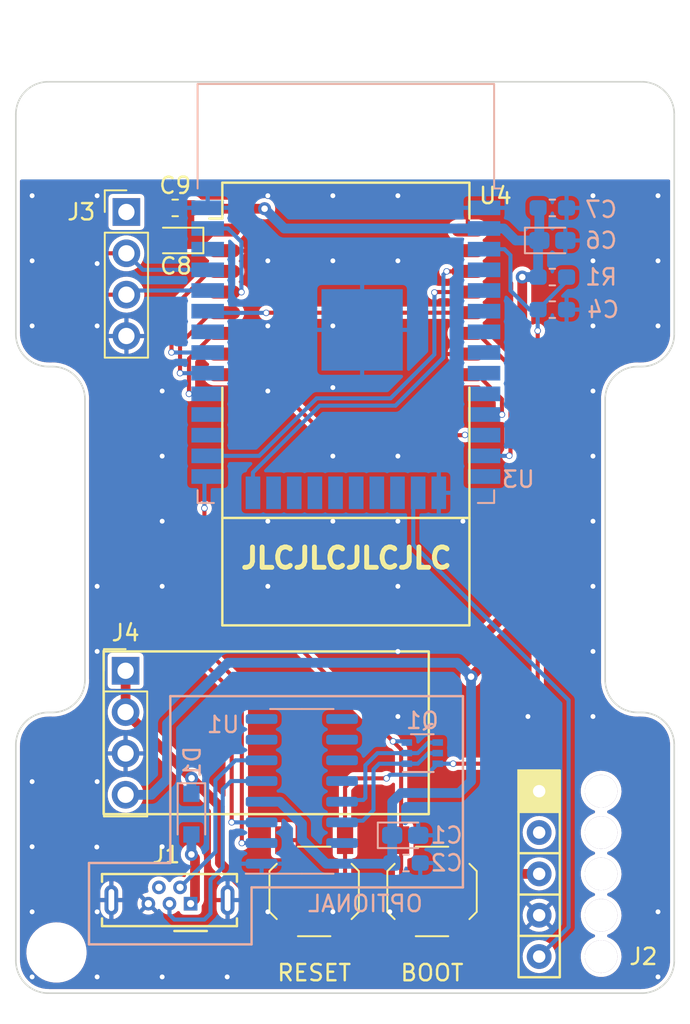
<source format=kicad_pcb>
(kicad_pcb (version 20201002) (generator pcbnew)
  (layers (0 "F.Cu" signal) (31 "B.Cu" signal) (34 "B.Paste" user) (35 "F.Paste" user) (36 "B.SilkS" user "B.Silkscreen") (37 "F.SilkS" user "F.Silkscreen") (38 "B.Mask" user) (39 "F.Mask" user) (44 "Edge.Cuts" user))
  (net 0 "")
  (net 1 "GND")
  (net 2 "+3V3")
  (net 3 "/RST")
  (net 4 "Net-(D1-Pad2)")
  (net 5 "/D+")
  (net 6 "/D-")
  (net 7 "/SPORT")
  (net 8 "/VBAT")
  (net 9 "/RX")
  (net 10 "/TX")
  (net 11 "/DTR")
  (net 12 "/RTS")
  (net 13 "/BOOT")
  (net 14 "/MOSI")
  (net 15 "/BUSY")
  (net 16 "/MISO")
  (net 17 "/SCK")
  (net 18 "/NSS")
  (net 19 "/DIO1")
  (net 20 "/DIO2")
  (net 21 "/RESET")
  (net 22 "/RXEN")
  (net 23 "/TXEN")
  (module "Connector_USB:USB_Micro-B_Wuerth_614105150721_Vertical" (layer "F.Cu") (at 110.75 144.5 180)
    (fp_text reference "J1" (at 1.5 3) (layer "F.SilkS"))
    (fp_text value "USB_B_Micro")
    (fp_line (start -2.85 -0.905) (end -2.85 -1.38) (layer "F.SilkS") (width 0.15))
    (fp_line (start -2.85 1.82) (end 5.45 1.82) (layer "F.SilkS") (width 0.15))
    (fp_line (start 5.45 -1.38) (end 5.45 -0.905) (layer "F.SilkS") (width 0.15))
    (fp_line (start -2.85 1.345) (end -2.85 1.82) (layer "F.SilkS") (width 0.15))
    (fp_line (start 5.45 1.82) (end 5.45 1.345) (layer "F.SilkS") (width 0.15))
    (fp_line (start -2.85 -1.38) (end 5.45 -1.38) (layer "F.SilkS") (width 0.15))
    (fp_line (start -1 -1.68) (end 1 -1.68) (layer "F.SilkS") (width 0.15))
    (pad "1" thru_hole rect (at 0 0 180) (size 0.84 0.84) (drill 0.44) (layers *.Cu *.Mask) (net 4 "Net-(D1-Pad2)"))
    (pad "2" thru_hole circle (at 0.65 1 180) (size 0.84 0.84) (drill 0.44) (layers *.Cu *.Mask) (net 6 "/D-"))
    (pad "3" thru_hole circle (at 1.3 0 180) (size 0.84 0.84) (drill 0.44) (layers *.Cu *.Mask) (net 5 "/D+"))
    (pad "4" thru_hole circle (at 1.95 1 180) (size 0.84 0.84) (drill 0.44) (layers *.Cu *.Mask))
    (pad "5" thru_hole circle (at 2.6 0 180) (size 0.84 0.84) (drill 0.44) (layers *.Cu *.Mask) (net 1 "GND"))
    (pad "6" thru_hole oval (at -2.275 0.22 180) (size 0.85 1.85) (drill oval 0.35 1.35) (layers *.Cu *.Mask) (net 1 "GND"))
    (pad "6" thru_hole oval (at 4.875 0.22 180) (size 0.85 1.85) (drill oval 0.35 1.35) (layers *.Cu *.Mask) (net 1 "GND"))
  )
  (module "Capacitor_Tantalum_SMD:CP_EIA-1608-08_AVX-J_Pad1.25x1.05mm_HandSolder" (layer "F.Cu") (at 109.85 103.75 180)
    (fp_text reference "C8" (at 0 -1.575) (layer "F.SilkS"))
    (fp_text value "10uF")
    (fp_line (start -1.685 0.785) (end 0.8 0.785) (layer "F.SilkS") (width 0.12))
    (fp_line (start -1.685 -0.785) (end -1.685 0.785) (layer "F.SilkS") (width 0.12))
    (fp_line (start 0.8 -0.785) (end -1.685 -0.785) (layer "F.SilkS") (width 0.12))
    (pad "1" smd roundrect (at -0.8 0 180) (size 1.25 1.05) (layers "F.Cu" "F.Paste" "F.Mask") (roundrect_rratio 0.2380952380952381) (net 2 "+3V3"))
    (pad "2" smd roundrect (at 0.8 0 180) (size 1.25 1.05) (layers "F.Cu" "F.Paste" "F.Mask") (roundrect_rratio 0.2380952380952381) (net 1 "GND"))
  )
  (module "Button_Switch_SMD:SW_SPST_TL3342" (layer "F.Cu") (at 125.6 143.75 90)
    (fp_text reference "SW2" hide)
    (fp_text value "SW_Push")
    (fp_text user "BOOT" (at -5 0 unlocked) (layer "F.SilkS"))
    (fp_line (start -1.7 2.3) (end -1.25 2.75) (layer "F.SilkS") (width 0.12))
    (fp_line (start 2.75 -1) (end 2.75 1) (layer "F.SilkS") (width 0.12))
    (fp_line (start 1.7 -2.3) (end 1.25 -2.75) (layer "F.SilkS") (width 0.12))
    (fp_line (start -1.25 2.75) (end 1.25 2.75) (layer "F.SilkS") (width 0.12))
    (fp_line (start 1.7 2.3) (end 1.25 2.75) (layer "F.SilkS") (width 0.12))
    (fp_line (start -1.25 -2.75) (end 1.25 -2.75) (layer "F.SilkS") (width 0.12))
    (fp_line (start -1.7 -2.3) (end -1.25 -2.75) (layer "F.SilkS") (width 0.12))
    (fp_line (start -2.75 -1) (end -2.75 1) (layer "F.SilkS") (width 0.12))
    (pad "1" smd rect (at 3.15 -1.9 90) (size 1.7 1) (layers "F.Cu" "F.Paste" "F.Mask") (net 13 "/BOOT"))
    (pad "1" smd rect (at -3.15 -1.9 90) (size 1.7 1) (layers "F.Cu" "F.Paste" "F.Mask") (net 13 "/BOOT"))
    (pad "2" smd rect (at 3.15 1.9 90) (size 1.7 1) (layers "F.Cu" "F.Paste" "F.Mask") (net 1 "GND"))
    (pad "2" smd rect (at -3.15 1.9 90) (size 1.7 1) (layers "F.Cu" "F.Paste" "F.Mask") (net 1 "GND"))
  )
  (module "Capacitor_SMD:C_0603_1608Metric_Pad1.05x0.95mm_HandSolder" (layer "F.Cu") (at 109.8 101.75 180)
    (fp_text reference "C9" (at 0 1.375) (layer "F.SilkS"))
    (fp_text value "100nF")
    (fp_line (start -0.171267 -0.51) (end 0.171267 -0.51) (layer "F.SilkS") (width 0.12))
    (fp_line (start -0.171267 0.51) (end 0.171267 0.51) (layer "F.SilkS") (width 0.12))
    (pad "1" smd roundrect (at -0.875 0 180) (size 1.05 0.95) (layers "F.Cu" "F.Paste" "F.Mask") (net 2 "+3V3"))
    (pad "2" smd roundrect (at 0.875 0 180) (size 1.05 0.95) (layers "F.Cu" "F.Paste" "F.Mask") (net 1 "GND"))
  )
  (module "ELRS_lib:E28-2G4M27S" (layer "F.Cu") (at 120.3 112)
    (fp_text reference "U4" (at 9.2 -11 unlocked) (layer "F.SilkS"))
    (fp_text value "E28-2G4M27S")
    (fp_line (start 7.6 -11.8) (end 7.6 -9.6) (layer "F.SilkS") (width 0.15))
    (fp_line (start 7.6 8.8) (end -7.6 8.8) (layer "F.SilkS") (width 0.15))
    (fp_line (start -7.6 15.4) (end 7.6 15.4) (layer "F.SilkS") (width 0.15))
    (fp_line (start -7.6 0.8) (end -7.6 15.4) (layer "F.SilkS") (width 0.15))
    (fp_line (start -7.6 -9.6) (end -7.6 -11.8) (layer "F.SilkS") (width 0.15))
    (fp_line (start -7.6 -11.8) (end 7.6 -11.8) (layer "F.SilkS") (width 0.15))
    (fp_line (start -7.6 -9.6) (end -8.4 -9.6) (layer "F.SilkS") (width 0.15))
    (fp_line (start 7.6 15.4) (end 7.6 0.8) (layer "F.SilkS") (width 0.15))
    (pad "1" smd oval (at -7.5 -8.89) (size 2 0.8) (layers "F.Cu" "F.Paste" "F.Mask") (net 2 "+3V3"))
    (pad "2" smd oval (at -7.5 -7.62) (size 2 0.8) (layers "F.Cu" "F.Paste" "F.Mask") (net 1 "GND"))
    (pad "3" smd oval (at -7.5 -6.35) (size 2 0.8) (layers "F.Cu" "F.Paste" "F.Mask") (net 16 "/MISO"))
    (pad "4" smd oval (at -7.5 -5.08) (size 2 0.8) (layers "F.Cu" "F.Paste" "F.Mask") (net 14 "/MOSI"))
    (pad "5" smd oval (at -7.5 -3.81) (size 2 0.8) (layers "F.Cu" "F.Paste" "F.Mask") (net 17 "/SCK"))
    (pad "6" smd oval (at -7.5 -2.54) (size 2 0.8) (layers "F.Cu" "F.Paste" "F.Mask") (net 18 "/NSS"))
    (pad "7" smd oval (at -7.5 -1.27) (size 2 0.8) (layers "F.Cu" "F.Paste" "F.Mask") (net 1 "GND"))
    (pad "8" smd oval (at -7.5 0) (size 2 0.8) (layers "F.Cu" "F.Paste" "F.Mask") (net 22 "/RXEN"))
    (pad "9" smd oval (at 7.5 0) (size 2 0.8) (layers "F.Cu" "F.Paste" "F.Mask") (net 23 "/TXEN"))
    (pad "10" smd oval (at 7.5 -1.27) (size 2 0.8) (layers "F.Cu" "F.Paste" "F.Mask") (net 1 "GND"))
    (pad "11" smd oval (at 7.5 -2.54) (size 2 0.8) (layers "F.Cu" "F.Paste" "F.Mask") (net 21 "/RESET"))
    (pad "12" smd oval (at 7.5 -3.81) (size 2 0.8) (layers "F.Cu" "F.Paste" "F.Mask") (net 15 "/BUSY"))
    (pad "13" smd oval (at 7.5 -5.08) (size 2 0.8) (layers "F.Cu" "F.Paste" "F.Mask") (net 19 "/DIO1"))
    (pad "14" smd oval (at 7.5 -6.35) (size 2 0.8) (layers "F.Cu" "F.Paste" "F.Mask") (net 20 "/DIO2"))
    (pad "15" smd oval (at 7.5 -7.62) (size 2 0.8) (layers "F.Cu" "F.Paste" "F.Mask"))
    (pad "16" smd oval (at 7.5 -8.89) (size 2 0.8) (layers "F.Cu" "F.Paste" "F.Mask") (net 1 "GND"))
  )
  (module "MountingHole:MountingHole_3.2mm_M3" (layer "F.Cu") (at 102.5 96.5)
    (fp_text reference "H2" hide)
    (fp_text value "MountingHole" hide)
    (pad "1" np_thru_hole circle (at 0 0) (size 3.2 3.2) (drill 3.2) (layers *.Cu *.Mask))
  )
  (module "Connector_PinHeader_2.54mm:PinHeader_1x04_P2.54mm_Vertical" (layer "F.Cu") (at 106.75 130.19)
    (fp_text reference "J4" (at 0 -2.33) (layer "F.SilkS"))
    (fp_text value "Conn_01x04")
    (fp_line (start -1.33 1.27) (end -1.33 8.95) (layer "F.SilkS") (width 0.12))
    (fp_line (start 1.33 1.27) (end 1.33 8.95) (layer "F.SilkS") (width 0.12))
    (fp_line (start -1.33 8.95) (end 1.33 8.95) (layer "F.SilkS") (width 0.12))
    (fp_line (start -1.33 0) (end -1.33 -1.33) (layer "F.SilkS") (width 0.12))
    (fp_line (start -1.33 1.27) (end 1.33 1.27) (layer "F.SilkS") (width 0.12))
    (fp_line (start -1.33 -1.33) (end 0 -1.33) (layer "F.SilkS") (width 0.12))
    (pad "1" thru_hole rect (at 0 0) (size 1.7 1.7) (drill 1) (layers *.Cu *.Mask) (net 8 "/VBAT"))
    (pad "2" thru_hole oval (at 0 2.54) (size 1.7 1.7) (drill 1) (layers *.Cu *.Mask) (net 8 "/VBAT"))
    (pad "3" thru_hole oval (at 0 5.08) (size 1.7 1.7) (drill 1) (layers *.Cu *.Mask) (net 1 "GND"))
    (pad "4" thru_hole oval (at 0 7.62) (size 1.7 1.7) (drill 1) (layers *.Cu *.Mask) (net 2 "+3V3"))
  )
  (module "Button_Switch_SMD:SW_SPST_TL3342" (layer "F.Cu") (at 118.35 143.75 90)
    (fp_text reference "SW1" hide)
    (fp_text value "SW_Push")
    (fp_text user "RESET" (at -5 0 unlocked) (layer "F.SilkS"))
    (fp_line (start 2.75 -1) (end 2.75 1) (layer "F.SilkS") (width 0.12))
    (fp_line (start -1.7 2.3) (end -1.25 2.75) (layer "F.SilkS") (width 0.12))
    (fp_line (start -1.25 2.75) (end 1.25 2.75) (layer "F.SilkS") (width 0.12))
    (fp_line (start -1.7 -2.3) (end -1.25 -2.75) (layer "F.SilkS") (width 0.12))
    (fp_line (start -1.25 -2.75) (end 1.25 -2.75) (layer "F.SilkS") (width 0.12))
    (fp_line (start -2.75 -1) (end -2.75 1) (layer "F.SilkS") (width 0.12))
    (fp_line (start 1.7 2.3) (end 1.25 2.75) (layer "F.SilkS") (width 0.12))
    (fp_line (start 1.7 -2.3) (end 1.25 -2.75) (layer "F.SilkS") (width 0.12))
    (pad "1" smd rect (at -3.15 -1.9 90) (size 1.7 1) (layers "F.Cu" "F.Paste" "F.Mask") (net 1 "GND"))
    (pad "1" smd rect (at 3.15 -1.9 90) (size 1.7 1) (layers "F.Cu" "F.Paste" "F.Mask") (net 1 "GND"))
    (pad "2" smd rect (at 3.15 1.9 90) (size 1.7 1) (layers "F.Cu" "F.Paste" "F.Mask") (net 3 "/RST"))
    (pad "2" smd rect (at -3.15 1.9 90) (size 1.7 1) (layers "F.Cu" "F.Paste" "F.Mask") (net 3 "/RST"))
  )
  (module "Connector_PinHeader_2.54mm:PinHeader_1x04_P2.54mm_Vertical" (layer "F.Cu") (at 106.8 102)
    (fp_text reference "J3" (at -2.775 0) (layer "F.SilkS"))
    (fp_text value "Conn_01x04")
    (fp_line (start -1.33 1.27) (end -1.33 8.95) (layer "F.SilkS") (width 0.12))
    (fp_line (start -1.33 8.95) (end 1.33 8.95) (layer "F.SilkS") (width 0.12))
    (fp_line (start -1.33 1.27) (end 1.33 1.27) (layer "F.SilkS") (width 0.12))
    (fp_line (start -1.33 0) (end -1.33 -1.33) (layer "F.SilkS") (width 0.12))
    (fp_line (start 1.33 1.27) (end 1.33 8.95) (layer "F.SilkS") (width 0.12))
    (fp_line (start -1.33 -1.33) (end 0 -1.33) (layer "F.SilkS") (width 0.12))
    (pad "1" thru_hole rect (at 0 0) (size 1.7 1.7) (drill 1) (layers *.Cu *.Mask))
    (pad "2" thru_hole oval (at 0 2.54) (size 1.7 1.7) (drill 1) (layers *.Cu *.Mask) (net 10 "/TX"))
    (pad "3" thru_hole oval (at 0 5.08) (size 1.7 1.7) (drill 1) (layers *.Cu *.Mask) (net 9 "/RX"))
    (pad "4" thru_hole oval (at 0 7.62) (size 1.7 1.7) (drill 1) (layers *.Cu *.Mask) (net 1 "GND"))
  )
  (module "MountingHole:MountingHole_3.2mm_M3" (layer "F.Cu") (at 138 96.5)
    (fp_text reference "H3" hide)
    (fp_text value "MountingHole" hide)
    (pad "1" np_thru_hole circle (at 0 0) (size 3.2 3.2) (drill 3.2) (layers *.Cu *.Mask))
  )
  (module "ELRS_lib:MOLEX_0022142054" (layer "F.Cu") (at 136 147.75)
    (fp_text reference "J2" (at 2.6 0 unlocked) (layer "F.SilkS"))
    (fp_text value "Conn_01x05")
    (fp_line (start -2.54 -6.35) (end -5.08 -6.35) (layer "F.SilkS") (width 0.15))
    (fp_line (start -2.54 -1.27) (end -5.08 -1.27) (layer "F.SilkS") (width 0.15))
    (fp_line (start -2.54 -8.89) (end -5.08 -8.89) (layer "F.SilkS") (width 0.15))
    (fp_line (start -2.54 -3.81) (end -5.08 -3.81) (layer "F.SilkS") (width 0.15))
    (fp_rect (start -5.08 -11.43) (end -2.54 1.27) (layer "F.SilkS") (width 0.15))
    (fp_poly (pts (xy -2.54 -8.89) (xy -5.08 -8.89) (xy -5.08 -11.43) (xy -2.54 -11.43)) (layer "F.SilkS") (width 0.1))
    (pad "" thru_hole circle (at 0 -5.08) (size 2 2) (drill 2) (layers *.Cu *.Mask))
    (pad "" thru_hole circle (at 0 -7.62) (size 2 2) (drill 2) (layers *.Cu *.Mask))
    (pad "" thru_hole circle (at 0 0) (size 2 2) (drill 2) (layers *.Cu *.Mask))
    (pad "" thru_hole circle (at 0 -10.16) (size 2 2) (drill 2) (layers *.Cu *.Mask))
    (pad "" thru_hole circle (at 0 -2.54) (size 2 2) (drill 2) (layers *.Cu *.Mask))
    (pad "1" thru_hole circle (at -3.81 -10.16) (size 1.524 1.524) (drill 0.762) (layers *.Cu *.Mask))
    (pad "2" thru_hole circle (at -3.81 -7.62) (size 1.524 1.524) (drill 0.762) (layers *.Cu *.Mask))
    (pad "3" thru_hole circle (at -3.81 -5.08) (size 1.524 1.524) (drill 0.762) (layers *.Cu *.Mask) (net 8 "/VBAT"))
    (pad "4" thru_hole circle (at -3.81 -2.54) (size 1.524 1.524) (drill 0.762) (layers *.Cu *.Mask) (net 1 "GND"))
    (pad "5" thru_hole circle (at -3.81 0) (size 1.524 1.524) (drill 0.762) (layers *.Cu *.Mask) (net 7 "/SPORT"))
  )
  (module "MountingHole:MountingHole_3.2mm_M3" (layer "F.Cu") (at 102.5 147.5)
    (fp_text reference "H1" hide)
    (fp_text value "MountingHole" hide)
    (pad "1" np_thru_hole circle (at 0 0) (size 3.2 3.2) (drill 3.2) (layers *.Cu *.Mask))
  )
  (module "Capacitor_SMD:C_0603_1608Metric_Pad1.05x0.95mm_HandSolder" (layer "B.Cu") (at 124 142)
    (fp_text reference "C2" (at 2.5 0) (layer "B.SilkS") (effects (justify mirror)))
    (fp_text value "100nF")
    (fp_line (start -0.171267 0.51) (end 0.171267 0.51) (layer "B.SilkS") (width 0.12))
    (fp_line (start -0.171267 -0.51) (end 0.171267 -0.51) (layer "B.SilkS") (width 0.12))
    (pad "1" smd roundrect (at -0.875 0) (size 1.05 0.95) (layers "B.Cu" "B.Paste" "B.Mask") (net 2 "+3V3"))
    (pad "2" smd roundrect (at 0.875 0) (size 1.05 0.95) (layers "B.Cu" "B.Paste" "B.Mask") (net 1 "GND"))
  )
  (module "Capacitor_Tantalum_SMD:CP_EIA-1608-08_AVX-J_Pad1.25x1.05mm_HandSolder" (layer "B.Cu") (at 123.95 140.3)
    (fp_text reference "C1" (at 2.55 0) (layer "B.SilkS") (effects (justify mirror)))
    (fp_text value "10uF")
    (fp_line (start -1.685 0.785) (end -1.685 -0.785) (layer "B.SilkS") (width 0.12))
    (fp_line (start -1.685 -0.785) (end 0.8 -0.785) (layer "B.SilkS") (width 0.12))
    (fp_line (start 0.8 0.785) (end -1.685 0.785) (layer "B.SilkS") (width 0.12))
    (pad "1" smd roundrect (at -0.8 0) (size 1.25 1.05) (layers "B.Cu" "B.Paste" "B.Mask") (roundrect_rratio 0.2380952380952381) (net 2 "+3V3"))
    (pad "2" smd roundrect (at 0.8 0) (size 1.25 1.05) (layers "B.Cu" "B.Paste" "B.Mask") (roundrect_rratio 0.2380952380952381) (net 1 "GND"))
  )
  (module "Package_SO:SOIC-16_3.9x9.9mm_P1.27mm" (layer "B.Cu") (at 117.591 137.6)
    (fp_text reference "U1" (at -4.841 -4.1) (layer "B.SilkS") (effects (justify mirror)))
    (fp_text value "CH340C")
    (fp_line (start 0 5.06) (end 1.95 5.06) (layer "B.SilkS") (width 0.12))
    (fp_line (start 0 -5.06) (end 1.95 -5.06) (layer "B.SilkS") (width 0.12))
    (fp_line (start 0 5.06) (end -3.45 5.06) (layer "B.SilkS") (width 0.12))
    (fp_line (start 0 -5.06) (end -1.95 -5.06) (layer "B.SilkS") (width 0.12))
    (pad "1" smd roundrect (at -2.475 4.445) (size 1.95 0.6) (layers "B.Cu" "B.Paste" "B.Mask") (net 1 "GND"))
    (pad "2" smd roundrect (at -2.475 3.175) (size 1.95 0.6) (layers "B.Cu" "B.Paste" "B.Mask") (net 9 "/RX"))
    (pad "3" smd roundrect (at -2.475 1.905) (size 1.95 0.6) (layers "B.Cu" "B.Paste" "B.Mask") (net 10 "/TX"))
    (pad "4" smd roundrect (at -2.475 0.635) (size 1.95 0.6) (layers "B.Cu" "B.Paste" "B.Mask") (net 2 "+3V3"))
    (pad "5" smd roundrect (at -2.475 -0.635) (size 1.95 0.6) (layers "B.Cu" "B.Paste" "B.Mask") (net 5 "/D+"))
    (pad "6" smd roundrect (at -2.475 -1.905) (size 1.95 0.6) (layers "B.Cu" "B.Paste" "B.Mask") (net 6 "/D-"))
    (pad "7" smd roundrect (at -2.475 -3.175) (size 1.95 0.6) (layers "B.Cu" "B.Paste" "B.Mask"))
    (pad "8" smd roundrect (at -2.475 -4.445) (size 1.95 0.6) (layers "B.Cu" "B.Paste" "B.Mask"))
    (pad "9" smd roundrect (at 2.475 -4.445) (size 1.95 0.6) (layers "B.Cu" "B.Paste" "B.Mask"))
    (pad "10" smd roundrect (at 2.475 -3.175) (size 1.95 0.6) (layers "B.Cu" "B.Paste" "B.Mask"))
    (pad "11" smd roundrect (at 2.475 -1.905) (size 1.95 0.6) (layers "B.Cu" "B.Paste" "B.Mask"))
    (pad "12" smd roundrect (at 2.475 -0.635) (size 1.95 0.6) (layers "B.Cu" "B.Paste" "B.Mask"))
    (pad "13" smd roundrect (at 2.475 0.635) (size 1.95 0.6) (layers "B.Cu" "B.Paste" "B.Mask") (net 11 "/DTR"))
    (pad "14" smd roundrect (at 2.475 1.905) (size 1.95 0.6) (layers "B.Cu" "B.Paste" "B.Mask") (net 12 "/RTS"))
    (pad "15" smd roundrect (at 2.475 3.175) (size 1.95 0.6) (layers "B.Cu" "B.Paste" "B.Mask"))
    (pad "16" smd roundrect (at 2.475 4.445) (size 1.95 0.6) (layers "B.Cu" "B.Paste" "B.Mask") (net 2 "+3V3"))
  )
  (module "Resistor_SMD:R_0603_1608Metric_Pad1.05x0.95mm_HandSolder" (layer "B.Cu") (at 133 106)
    (fp_text reference "R1" (at 3 0) (layer "B.SilkS") (effects (justify mirror)))
    (fp_text value "10K")
    (fp_line (start -0.171267 0.51) (end 0.171267 0.51) (layer "B.SilkS") (width 0.12))
    (fp_line (start -0.171267 -0.51) (end 0.171267 -0.51) (layer "B.SilkS") (width 0.12))
    (pad "1" smd roundrect (at -0.875 0) (size 1.05 0.95) (layers "B.Cu" "B.Paste" "B.Mask") (net 2 "+3V3"))
    (pad "2" smd roundrect (at 0.875 0) (size 1.05 0.95) (layers "B.Cu" "B.Paste" "B.Mask") (net 3 "/RST"))
  )
  (module "Capacitor_SMD:C_0603_1608Metric_Pad1.05x0.95mm_HandSolder" (layer "B.Cu") (at 133 108 180)
    (fp_text reference "C4" (at -3.125 0) (layer "B.SilkS") (effects (justify mirror)))
    (fp_text value "100nF")
    (fp_line (start -0.171267 0.51) (end 0.171267 0.51) (layer "B.SilkS") (width 0.12))
    (fp_line (start -0.171267 -0.51) (end 0.171267 -0.51) (layer "B.SilkS") (width 0.12))
    (pad "1" smd roundrect (at -0.875 0 180) (size 1.05 0.95) (layers "B.Cu" "B.Paste" "B.Mask") (net 1 "GND"))
    (pad "2" smd roundrect (at 0.875 0 180) (size 1.05 0.95) (layers "B.Cu" "B.Paste" "B.Mask") (net 3 "/RST"))
  )
  (module "RF_Module:ESP32-WROOM-32" (layer "B.Cu") (at 120.3 110 180)
    (fp_text reference "U3" (at -10.61 -8.43) (layer "B.SilkS") (effects (justify mirror)))
    (fp_text value "ESP32-WROOM-32D")
    (fp_line (start 9.12 15.865) (end 9.12 9.445) (layer "B.SilkS") (width 0.12))
    (fp_line (start -9.12 -9.1) (end -9.12 -9.88) (layer "B.SilkS") (width 0.12))
    (fp_line (start -9.12 15.865) (end -9.12 9.445) (layer "B.SilkS") (width 0.12))
    (fp_line (start -9.12 15.865) (end 9.12 15.865) (layer "B.SilkS") (width 0.12))
    (fp_line (start -9.12 9.445) (end -9.5 9.445) (layer "B.SilkS") (width 0.12))
    (fp_line (start 9.12 -9.88) (end 8.12 -9.88) (layer "B.SilkS") (width 0.12))
    (fp_line (start -9.12 -9.88) (end -8.12 -9.88) (layer "B.SilkS") (width 0.12))
    (fp_line (start 9.12 -9.1) (end 9.12 -9.88) (layer "B.SilkS") (width 0.12))
    (pad "1" smd rect (at -8.5 8.255 180) (size 2 0.9) (layers "B.Cu" "B.Paste" "B.Mask") (net 1 "GND"))
    (pad "2" smd rect (at -8.5 6.985 180) (size 2 0.9) (layers "B.Cu" "B.Paste" "B.Mask") (net 2 "+3V3"))
    (pad "3" smd rect (at -8.5 5.715 180) (size 2 0.9) (layers "B.Cu" "B.Paste" "B.Mask") (net 3 "/RST"))
    (pad "4" smd rect (at -8.5 4.445 180) (size 2 0.9) (layers "B.Cu" "B.Paste" "B.Mask"))
    (pad "5" smd rect (at -8.5 3.175 180) (size 2 0.9) (layers "B.Cu" "B.Paste" "B.Mask"))
    (pad "6" smd rect (at -8.5 1.905 180) (size 2 0.9) (layers "B.Cu" "B.Paste" "B.Mask"))
    (pad "7" smd rect (at -8.5 0.635 180) (size 2 0.9) (layers "B.Cu" "B.Paste" "B.Mask"))
    (pad "8" smd rect (at -8.5 -0.635 180) (size 2 0.9) (layers "B.Cu" "B.Paste" "B.Mask"))
    (pad "9" smd rect (at -8.5 -1.905 180) (size 2 0.9) (layers "B.Cu" "B.Paste" "B.Mask"))
    (pad "10" smd rect (at -8.5 -3.175 180) (size 2 0.9) (layers "B.Cu" "B.Paste" "B.Mask"))
    (pad "11" smd rect (at -8.5 -4.445 180) (size 2 0.9) (layers "B.Cu" "B.Paste" "B.Mask") (net 23 "/TXEN"))
    (pad "12" smd rect (at -8.5 -5.715 180) (size 2 0.9) (layers "B.Cu" "B.Paste" "B.Mask") (net 22 "/RXEN"))
    (pad "13" smd rect (at -8.5 -6.985 180) (size 2 0.9) (layers "B.Cu" "B.Paste" "B.Mask") (net 21 "/RESET"))
    (pad "14" smd rect (at -8.5 -8.255 180) (size 2 0.9) (layers "B.Cu" "B.Paste" "B.Mask"))
    (pad "15" smd rect (at -5.715 -9.255 90) (size 2 0.9) (layers "B.Cu" "B.Paste" "B.Mask") (net 1 "GND"))
    (pad "16" smd rect (at -4.445 -9.255 90) (size 2 0.9) (layers "B.Cu" "B.Paste" "B.Mask") (net 7 "/SPORT"))
    (pad "17" smd rect (at -3.175 -9.255 90) (size 2 0.9) (layers "B.Cu" "B.Paste" "B.Mask"))
    (pad "18" smd rect (at -1.905 -9.255 90) (size 2 0.9) (layers "B.Cu" "B.Paste" "B.Mask"))
    (pad "19" smd rect (at -0.635 -9.255 90) (size 2 0.9) (layers "B.Cu" "B.Paste" "B.Mask"))
    (pad "20" smd rect (at 0.635 -9.255 90) (size 2 0.9) (layers "B.Cu" "B.Paste" "B.Mask"))
    (pad "21" smd rect (at 1.905 -9.255 90) (size 2 0.9) (layers "B.Cu" "B.Paste" "B.Mask"))
    (pad "22" smd rect (at 3.175 -9.255 90) (size 2 0.9) (layers "B.Cu" "B.Paste" "B.Mask"))
    (pad "23" smd rect (at 4.445 -9.255 90) (size 2 0.9) (layers "B.Cu" "B.Paste" "B.Mask"))
    (pad "24" smd rect (at 5.715 -9.255 90) (size 2 0.9) (layers "B.Cu" "B.Paste" "B.Mask") (net 20 "/DIO2"))
    (pad "25" smd rect (at 8.5 -8.255 180) (size 2 0.9) (layers "B.Cu" "B.Paste" "B.Mask") (net 13 "/BOOT"))
    (pad "26" smd rect (at 8.5 -6.985 180) (size 2 0.9) (layers "B.Cu" "B.Paste" "B.Mask") (net 19 "/DIO1"))
    (pad "27" smd rect (at 8.5 -5.715 180) (size 2 0.9) (layers "B.Cu" "B.Paste" "B.Mask"))
    (pad "28" smd rect (at 8.5 -4.445 180) (size 2 0.9) (layers "B.Cu" "B.Paste" "B.Mask"))
    (pad "29" smd rect (at 8.5 -3.175 180) (size 2 0.9) (layers "B.Cu" "B.Paste" "B.Mask") (net 18 "/NSS"))
    (pad "30" smd rect (at 8.5 -1.905 180) (size 2 0.9) (layers "B.Cu" "B.Paste" "B.Mask") (net 17 "/SCK"))
    (pad "31" smd rect (at 8.5 -0.635 180) (size 2 0.9) (layers "B.Cu" "B.Paste" "B.Mask") (net 16 "/MISO"))
    (pad "32" smd rect (at 8.5 0.635 180) (size 2 0.9) (layers "B.Cu" "B.Paste" "B.Mask"))
    (pad "33" smd rect (at 8.5 1.905 180) (size 2 0.9) (layers "B.Cu" "B.Paste" "B.Mask") (net 15 "/BUSY"))
    (pad "34" smd rect (at 8.5 3.175 180) (size 2 0.9) (layers "B.Cu" "B.Paste" "B.Mask") (net 9 "/RX"))
    (pad "35" smd rect (at 8.5 4.445 180) (size 2 0.9) (layers "B.Cu" "B.Paste" "B.Mask") (net 10 "/TX"))
    (pad "36" smd rect (at 8.5 5.715 180) (size 2 0.9) (layers "B.Cu" "B.Paste" "B.Mask"))
    (pad "37" smd rect (at 8.5 6.985 180) (size 2 0.9) (layers "B.Cu" "B.Paste" "B.Mask") (net 14 "/MOSI"))
    (pad "38" smd rect (at 8.5 8.255 180) (size 2 0.9) (layers "B.Cu" "B.Paste" "B.Mask") (net 1 "GND"))
    (pad "39" smd rect (at -1 0.755 180) (size 5 5) (layers "B.Cu" "B.Paste" "B.Mask") (net 1 "GND"))
  )
  (module "Capacitor_SMD:C_0603_1608Metric_Pad1.05x0.95mm_HandSolder" (layer "B.Cu") (at 133 101.75)
    (fp_text reference "C7" (at 3 0.1) (layer "B.SilkS") (effects (justify mirror)))
    (fp_text value "100nF")
    (fp_line (start -0.171267 0.51) (end 0.171267 0.51) (layer "B.SilkS") (width 0.12))
    (fp_line (start -0.171267 -0.51) (end 0.171267 -0.51) (layer "B.SilkS") (width 0.12))
    (pad "1" smd roundrect (at -0.875 0) (size 1.05 0.95) (layers "B.Cu" "B.Paste" "B.Mask") (net 2 "+3V3"))
    (pad "2" smd roundrect (at 0.875 0) (size 1.05 0.95) (layers "B.Cu" "B.Paste" "B.Mask") (net 1 "GND"))
  )
  (module "Capacitor_Tantalum_SMD:CP_EIA-1608-08_AVX-J_Pad1.25x1.05mm_HandSolder" (layer "B.Cu") (at 133 103.75)
    (fp_text reference "C6" (at 3 0) (layer "B.SilkS") (effects (justify mirror)))
    (fp_text value "10uF")
    (fp_line (start -1.685 0.785) (end -1.685 -0.785) (layer "B.SilkS") (width 0.12))
    (fp_line (start 0.8 0.785) (end -1.685 0.785) (layer "B.SilkS") (width 0.12))
    (fp_line (start -1.685 -0.785) (end 0.8 -0.785) (layer "B.SilkS") (width 0.12))
    (pad "1" smd roundrect (at -0.8 0) (size 1.25 1.05) (layers "B.Cu" "B.Paste" "B.Mask") (roundrect_rratio 0.2380952380952381) (net 2 "+3V3"))
    (pad "2" smd roundrect (at 0.8 0) (size 1.25 1.05) (layers "B.Cu" "B.Paste" "B.Mask") (roundrect_rratio 0.2380952380952381) (net 1 "GND"))
  )
  (module "Package_TO_SOT_SMD:SOT-363_SC-70-6" (layer "B.Cu") (at 125 135.25)
    (fp_text reference "Q1" (at 0 -2) (layer "B.SilkS") (effects (justify mirror)))
    (fp_text value "BC847BS")
    (fp_line (start 0.7 1.16) (end -1.2 1.16) (layer "B.SilkS") (width 0.12))
    (fp_line (start -0.7 -1.16) (end 0.7 -1.16) (layer "B.SilkS") (width 0.12))
    (pad "1" smd rect (at -0.95 0.65) (size 0.65 0.4) (layers "B.Cu" "B.Paste" "B.Mask") (net 12 "/RTS"))
    (pad "2" smd rect (at -0.95 0) (size 0.65 0.4) (layers "B.Cu" "B.Paste" "B.Mask") (net 11 "/DTR"))
    (pad "3" smd rect (at -0.95 -0.65) (size 0.65 0.4) (layers "B.Cu" "B.Paste" "B.Mask") (net 13 "/BOOT"))
    (pad "4" smd rect (at 0.95 -0.65) (size 0.65 0.4) (layers "B.Cu" "B.Paste" "B.Mask") (net 11 "/DTR"))
    (pad "5" smd rect (at 0.95 0) (size 0.65 0.4) (layers "B.Cu" "B.Paste" "B.Mask") (net 12 "/RTS"))
    (pad "6" smd rect (at 0.95 0.65) (size 0.65 0.4) (layers "B.Cu" "B.Paste" "B.Mask") (net 3 "/RST"))
  )
  (module "Diode_SMD:D_SOD-323_HandSoldering" (layer "B.Cu") (at 110.8 139 -90)
    (fp_text reference "D1" (at -3.2 -0.05 -90) (layer "B.SilkS") (effects (justify mirror)))
    (fp_text value "B5918")
    (fp_line (start -1.9 0.85) (end -1.9 -0.85) (layer "B.SilkS") (width 0.12))
    (fp_line (start -1.9 -0.85) (end 1.25 -0.85) (layer "B.SilkS") (width 0.12))
    (fp_line (start -1.9 0.85) (end 1.25 0.85) (layer "B.SilkS") (width 0.12))
    (pad "1" smd rect (at -1.25 0 270) (size 1 1) (layers "B.Cu" "B.Paste" "B.Mask") (net 8 "/VBAT"))
    (pad "2" smd rect (at 1.25 0 270) (size 1 1) (layers "B.Cu" "B.Paste" "B.Mask") (net 4 "Net-(D1-Pad2)"))
  )
  (gr_line (start 104.5 147) (end 114.5 147) (layer "B.SilkS") (width 0.15))
  (gr_line (start 104.5 142) (end 104.5 147) (layer "B.SilkS") (width 0.15))
  (gr_line (start 109.5 131.75) (end 109.5 142) (layer "B.SilkS") (width 0.15))
  (gr_line (start 127.5 131.75) (end 109.5 131.75) (layer "B.SilkS") (width 0.15))
  (gr_line (start 114.5 143.5) (end 127.5 143.5) (layer "B.SilkS") (width 0.15))
  (gr_line (start 109.5 142) (end 104.5 142) (layer "B.SilkS") (width 0.15))
  (gr_line (start 114.5 147) (end 114.5 143.5) (layer "B.SilkS") (width 0.15))
  (gr_line (start 127.5 143.5) (end 127.5 131.75) (layer "B.SilkS") (width 0.15))
  (gr_rect (start 105.4 139) (end 125.4 129) (layer "F.SilkS") (width 0.15))
  (gr_arc (start 138.5 134.75) (end 140.5 134.75) (angle -90) (layer "Edge.Cuts") (width 0.1))
  (gr_line (start 140.5 109.5) (end 140.5 96) (layer "Edge.Cuts") (width 0.1))
  (gr_line (start 102 150) (end 138.5 150) (layer "Edge.Cuts") (width 0.1))
  (gr_arc (start 138.5 148) (end 138.5 150) (angle -90) (layer "Edge.Cuts") (width 0.1))
  (gr_arc (start 102.25 113.5) (end 104.25 113.5) (angle -90) (layer "Edge.Cuts") (width 0.1))
  (gr_line (start 140.5 148) (end 140.5 134.75) (layer "Edge.Cuts") (width 0.1))
  (gr_arc (start 102 148) (end 100 148) (angle -90) (layer "Edge.Cuts") (width 0.1))
  (gr_line (start 102.25 111.5) (end 102 111.5) (layer "Edge.Cuts") (width 0.1))
  (gr_line (start 138.5 132.75) (end 138.25 132.75) (layer "Edge.Cuts") (width 0.1))
  (gr_line (start 138.5 94) (end 102 94) (layer "Edge.Cuts") (width 0.1))
  (gr_arc (start 138.5 96) (end 140.5 96) (angle -90) (layer "Edge.Cuts") (width 0.1))
  (gr_line (start 100 148) (end 100 134.75) (layer "Edge.Cuts") (width 0.1))
  (gr_arc (start 138.25 130.75) (end 136.25 130.75) (angle -90) (layer "Edge.Cuts") (width 0.1))
  (gr_line (start 100 96) (end 100 109.5) (layer "Edge.Cuts") (width 0.1))
  (gr_line (start 136.25 130.75) (end 136.25 113.5) (layer "Edge.Cuts") (width 0.1))
  (gr_line (start 102 132.75) (end 102.25 132.75) (layer "Edge.Cuts") (width 0.1))
  (gr_arc (start 102 109.5) (end 100 109.5) (angle -90) (layer "Edge.Cuts") (width 0.1))
  (gr_arc (start 138.25 113.5) (end 138.25 111.5) (angle -90) (layer "Edge.Cuts") (width 0.1))
  (gr_arc (start 102 96) (end 102 94) (angle -90) (layer "Edge.Cuts") (width 0.1))
  (gr_arc (start 138.5 109.5) (end 138.5 111.5) (angle -90) (layer "Edge.Cuts") (width 0.1))
  (gr_line (start 104.25 113.5) (end 104.25 130.75) (layer "Edge.Cuts") (width 0.1))
  (gr_arc (start 102 134.75) (end 102 132.75) (angle -90) (layer "Edge.Cuts") (width 0.1))
  (gr_arc (start 102.25 130.75) (end 102.25 132.75) (angle -90) (layer "Edge.Cuts") (width 0.1))
  (gr_line (start 138.25 111.5) (end 138.5 111.5) (layer "Edge.Cuts") (width 0.1))
  (gr_text "OPTIONAL" (at 121.5 144.5) (layer "B.SilkS") (effects (font (size 1 1)) (justify mirror)))
  (gr_text "JLCJLCJLCJLC" (at 120.33 123.27) (layer "F.SilkS") (effects (font (size 1.25 1.25) (thickness 0.3))))
  (via (at 131.5 133) (size 0.4) (drill 0.3) (layers "F.Cu" "B.Cu") (net 1))
  (via (at 139.5 101) (size 0.4) (drill 0.3) (layers "F.Cu" "B.Cu") (net 1))
  (via (at 135.5 109) (size 0.4) (drill 0.3) (layers "F.Cu" "B.Cu") (net 1))
  (via (at 109 149) (size 0.4) (drill 0.3) (layers "F.Cu" "B.Cu") (net 1))
  (via (at 123.5 101) (size 0.4) (drill 0.3) (layers "F.Cu" "B.Cu") (net 1))
  (via (at 101 149) (size 0.4) (drill 0.3) (layers "F.Cu" "B.Cu") (net 1))
  (via (at 119.5 121) (size 0.4) (drill 0.3) (layers "F.Cu" "B.Cu") (net 1))
  (via (at 119.5 101) (size 0.4) (drill 0.3) (layers "F.Cu" "B.Cu") (net 1))
  (via (at 104.980018 141.019982) (size 0.4) (drill 0.3) (layers "F.Cu" "B.Cu") (net 1))
  (via (at 135.5 133) (size 0.4) (drill 0.3) (layers "F.Cu" "B.Cu") (net 1))
  (via (at 119.5 109) (size 0.4) (drill 0.3) (layers "F.Cu" "B.Cu") (net 1))
  (via (at 105 137) (size 0.4) (drill 0.3) (layers "F.Cu" "B.Cu") (net 1))
  (via (at 115.5 101) (size 0.4) (drill 0.3) (layers "F.Cu" "B.Cu") (net 1))
  (via (at 115.5 113) (size 0.4) (drill 0.3) (layers "F.Cu" "B.Cu") (net 1))
  (via (at 109 113) (size 0.4) (drill 0.3) (layers "F.Cu" "B.Cu") (net 1))
  (via (at 119.5 117) (size 0.4) (drill 0.3) (layers "F.Cu" "B.Cu") (net 1))
  (via (at 119.5 145) (size 0.4) (drill 0.3) (layers "F.Cu" "B.Cu") (net 1))
  (via (at 135.5 121) (size 0.4) (drill 0.3) (layers "F.Cu" "B.Cu") (net 1))
  (via (at 135.5 129) (size 0.4) (drill 0.3) (layers "F.Cu" "B.Cu") (net 1))
  (via (at 119.5 105) (size 0.4) (drill 0.3) (layers "F.Cu" "B.Cu") (net 1))
  (via (at 101 101) (size 0.4) (drill 0.3) (layers "F.Cu" "B.Cu") (net 1))
  (via (at 115.5 105) (size 0.4) (drill 0.3) (layers "F.Cu" "B.Cu") (net 1))
  (via (at 101 141) (size 0.4) (drill 0.3) (layers "F.Cu" "B.Cu") (net 1))
  (via (at 127.5 121) (size 0.4) (drill 0.3) (layers "F.Cu" "B.Cu") (net 1))
  (via (at 109 125) (size 0.4) (drill 0.3) (layers "F.Cu" "B.Cu") (net 1))
  (via (at 109 121) (size 0.4) (drill 0.3) (layers "F.Cu" "B.Cu") (net 1))
  (via (at 105 149) (size 0.4) (drill 0.3) (layers "F.Cu" "B.Cu") (net 1))
  (via (at 123.5 133) (size 0.4) (drill 0.3) (layers "F.Cu" "B.Cu") (net 1))
  (via (at 135.5 125) (size 0.4) (drill 0.3) (layers "F.Cu" "B.Cu") (net 1))
  (via (at 139.5 105) (size 0.4) (drill 0.3) (layers "F.Cu" "B.Cu") (net 1))
  (via (at 105 129) (size 0.4) (drill 0.3) (layers "F.Cu" "B.Cu") (net 1))
  (via (at 123.5 105) (size 0.4) (drill 0.3) (layers "F.Cu" "B.Cu") (net 1))
  (via (at 109 141) (size 0.4) (drill 0.3) (layers "F.Cu" "B.Cu") (net 1))
  (via (at 101 137) (size 0.4) (drill 0.3) (layers "F.Cu" "B.Cu") (net 1))
  (via (at 123.5 129) (size 0.4) (drill 0.3) (layers "F.Cu" "B.Cu") (net 1))
  (via (at 123.5 117) (size 0.4) (drill 0.3) (layers "F.Cu" "B.Cu") (net 1))
  (via (at 105 101) (size 0.4) (drill 0.3) (layers "F.Cu" "B.Cu") (net 1))
  (via (at 115.5 121) (size 0.4) (drill 0.3) (layers "F.Cu" "B.Cu") (net 1))
  (via (at 135.5 101) (size 0.4) (drill 0.3) (layers "F.Cu" "B.Cu") (net 1))
  (via (at 123 145) (size 0.4) (drill 0.3) (layers "F.Cu" "B.Cu") (net 1))
  (via (at 135.5 113) (size 0.4) (drill 0.3) (layers "F.Cu" "B.Cu") (net 1))
  (via (at 135.5 117) (size 0.4) (drill 0.3) (layers "F.Cu" "B.Cu") (net 1))
  (via (at 105 105.169) (size 0.4) (drill 0.3) (layers "F.Cu" "B.Cu") (net 1))
  (via (at 105 109) (size 0.4) (drill 0.3) (layers "F.Cu" "B.Cu") (net 1))
  (via (at 139.5 149) (size 0.4) (drill 0.3) (layers "F.Cu" "B.Cu") (net 1))
  (via (at 101 145) (size 0.4) (drill 0.3) (layers "F.Cu" "B.Cu") (net 1))
  (via (at 135.5 105) (size 0.4) (drill 0.3) (layers "F.Cu" "B.Cu") (net 1))
  (via (at 113 149) (size 0.4) (drill 0.3) (layers "F.Cu" "B.Cu") (net 1))
  (via (at 115.5 125) (size 0.4) (drill 0.3) (layers "F.Cu" "B.Cu") (net 1))
  (via (at 109 117) (size 0.4) (drill 0.3) (layers "F.Cu" "B.Cu") (net 1))
  (via (at 139.5 145) (size 0.4) (drill 0.3) (layers "F.Cu" "B.Cu") (net 1))
  (via (at 139.5 109) (size 0.4) (drill 0.3) (layers "F.Cu" "B.Cu") (net 1))
  (via (at 115.5 145) (size 0.4) (drill 0.3) (layers "F.Cu" "B.Cu") (net 1))
  (via (at 123.5 121) (size 0.4) (drill 0.3) (layers "F.Cu" "B.Cu") (net 1))
  (via (at 101 109) (size 0.4) (drill 0.3) (layers "F.Cu" "B.Cu") (net 1))
  (via (at 123.5 125) (size 0.4) (drill 0.3) (layers "F.Cu" "B.Cu") (net 1))
  (via (at 105 125) (size 0.4) (drill 0.3) (layers "F.Cu" "B.Cu") (net 1))
  (via (at 101 105) (size 0.4) (drill 0.3) (layers "F.Cu" "B.Cu") (net 1))
  (via (at 105 145) (size 0.4) (drill 0.3) (layers "F.Cu" "B.Cu") (net 1))
  (via (at 119.5 112.789) (size 0.4) (drill 0.3) (layers "F.Cu" "B.Cu") (net 1))
  (via (at 115.5 109) (size 0.4) (drill 0.3) (layers "F.Cu" "B.Cu") (net 1))
  (segment (start 115.3 101.8) (end 110.725 101.8) (width 0.6) (layer "F.Cu") (net 2))
  (segment (start 112.09 103.11) (end 111.45 103.75) (width 0.6) (layer "F.Cu") (net 2))
  (segment (start 111.45 103.75) (end 110.65 103.75) (width 0.6) (layer "F.Cu") (net 2))
  (segment (start 131.15 125.7) (end 131.15 106) (width 0.6) (layer "F.Cu") (net 2))
  (segment (start 128.8 129.75) (end 128.8 128.05) (width 0.6) (layer "F.Cu") (net 2))
  (segment (start 128 130.55) (end 128.8 129.75) (width 0.6) (layer "F.Cu") (net 2))
  (segment (start 110.675 101.75) (end 110.675 103.725) (width 0.6) (layer "F.Cu") (net 2))
  (segment (start 128.8 128.05) (end 131.15 125.7) (width 0.6) (layer "F.Cu") (net 2))
  (segment (start 112.8 103.11) (end 112.09 103.11) (width 0.6) (layer "F.Cu") (net 2))
  (via (at 131.15 106) (size 0.8) (drill 0.4) (layers "F.Cu" "B.Cu") (net 2))
  (via (at 128 130.55) (size 0.8) (drill 0.4) (layers "F.Cu" "B.Cu") (net 2))
  (via (at 115.3 101.8) (size 0.8) (drill 0.4) (layers "F.Cu" "B.Cu") (net 2))
  (segment (start 109.3 133.45) (end 113.049999 129.700001) (width 0.6) (layer "B.Cu") (net 2))
  (segment (start 130.75 103.75) (end 132.2 103.75) (width 0.6) (layer "B.Cu") (net 2))
  (segment (start 108.34 137.81) (end 109.3 136.85) (width 0.6) (layer "B.Cu") (net 2))
  (segment (start 127.15 129.7) (end 113.05 129.7) (width 0.6) (layer "B.Cu") (net 2))
  (segment (start 131.15 106) (end 132.125 106) (width 0.6) (layer "B.Cu") (net 2))
  (segment (start 123.7 137.7) (end 123.15 138.25) (width 0.6) (layer "B.Cu") (net 2))
  (segment (start 128 136.975) (end 127.275 137.7) (width 0.6) (layer "B.Cu") (net 2))
  (segment (start 116.235 138.235) (end 117.6 139.6) (width 0.6) (layer "B.Cu") (net 2))
  (segment (start 109.3 136.85) (end 109.3 133.45) (width 0.6) (layer "B.Cu") (net 2))
  (segment (start 130.015 103.015) (end 130.75 103.75) (width 0.6) (layer "B.Cu") (net 2))
  (segment (start 123.15 138.25) (end 123.15 140.3) (width 0.6) (layer "B.Cu") (net 2))
  (segment (start 106.75 137.81) (end 108.34 137.81) (width 0.6) (layer "B.Cu") (net 2))
  (segment (start 120.066 142.045) (end 123.08 142.045) (width 0.6) (layer "B.Cu") (net 2))
  (segment (start 113.05 129.7) (end 113.049999 129.700001) (width 0.6) (layer "B.Cu") (net 2))
  (segment (start 132.2 103.75) (end 132.2 101.825) (width 0.6) (layer "B.Cu") (net 2))
  (segment (start 119.091 142.045) (end 120.066 142.045) (width 0.6) (layer "B.Cu") (net 2))
  (segment (start 128 130.55) (end 128 136.975) (width 0.6) (layer "B.Cu") (net 2))
  (segment (start 115.116 138.235) (end 116.235 138.235) (width 0.6) (layer "B.Cu") (net 2))
  (segment (start 117.6 139.6) (end 117.6 140.554) (width 0.6) (layer "B.Cu") (net 2))
  (segment (start 127.275 137.7) (end 123.7 137.7) (width 0.6) (layer "B.Cu") (net 2))
  (segment (start 123.15 140.3) (end 123.15 141.975) (width 0.6) (layer "B.Cu") (net 2))
  (segment (start 128.8 103.015) (end 130.015 103.015) (width 0.6) (layer "B.Cu") (net 2))
  (segment (start 117.6 140.554) (end 119.091 142.045) (width 0.6) (layer "B.Cu") (net 2))
  (segment (start 128 130.55) (end 127.15 129.7) (width 0.6) (layer "B.Cu") (net 2))
  (segment (start 132.125 106) (end 132.125 103.825) (width 0.6) (layer "B.Cu") (net 2))
  (segment (start 128.8 103.015) (end 116.515 103.015) (width 0.6) (layer "B.Cu") (net 2))
  (segment (start 116.515 103.015) (end 115.3 101.8) (width 0.6) (layer "B.Cu") (net 2))
  (segment (start 120.8 136.8) (end 122.8 136.8) (width 0.25) (layer "F.Cu") (net 3))
  (segment (start 126.9 135.9) (end 129.4 135.9) (width 0.25) (layer "F.Cu") (net 3))
  (segment (start 129.4 135.9) (end 132.1 133.2) (width 0.25) (layer "F.Cu") (net 3))
  (segment (start 120.25 137.35) (end 120.25 140.6) (width 0.25) (layer "F.Cu") (net 3))
  (segment (start 132.1 133.2) (end 132.1 109.3) (width 0.25) (layer "F.Cu") (net 3))
  (segment (start 120.8 136.8) (end 120.25 137.35) (width 0.25) (layer "F.Cu") (net 3))
  (segment (start 120.25 146.9) (end 120.25 140.6) (width 0.25) (layer "F.Cu") (net 3))
  (via (at 122.8 136.8) (size 0.4) (drill 0.3) (layers "F.Cu" "B.Cu") (net 3))
  (via (at 132.1 109.3) (size 0.4) (drill 0.3) (layers "F.Cu" "B.Cu") (net 3))
  (via (at 126.9 135.9) (size 0.4) (drill 0.3) (layers "F.Cu" "B.Cu") (net 3))
  (segment (start 130.424999 104.659999) (end 130.05 104.285) (width 0.25) (layer "B.Cu") (net 3))
  (segment (start 132.125 108) (end 131.6 108) (width 0.25) (layer "B.Cu") (net 3))
  (segment (start 130.05 104.285) (end 128.8 104.285) (width 0.25) (layer "B.Cu") (net 3))
  (segment (start 132.125 108) (end 133.875 106.25) (width 0.25) (layer "B.Cu") (net 3))
  (segment (start 125.275011 136.574989) (end 123.025011 136.574989) (width 0.25) (layer "B.Cu") (net 3))
  (segment (start 123.025011 136.574989) (end 122.8 136.8) (width 0.25) (layer "B.Cu") (net 3))
  (segment (start 130.424999 106.824999) (end 130.424999 104.659999) (width 0.25) (layer "B.Cu") (net 3))
  (segment (start 125.95 135.9) (end 125.275011 136.574989) (width 0.25) (layer "B.Cu") (net 3))
  (segment (start 132.1 109.3) (end 132.1 108.025) (width 0.25) (layer "B.Cu") (net 3))
  (segment (start 131.6 108) (end 130.424999 106.824999) (width 0.25) (layer "B.Cu") (net 3))
  (segment (start 125.95 135.9) (end 126.9 135.9) (width 0.25) (layer "B.Cu") (net 3))
  (segment (start 111.020001 141.695001) (end 110.8 141.475) (width 0.6) (layer "F.Cu") (net 4))
  (segment (start 110.75 144.5) (end 111.020001 144.229999) (width 0.6) (layer "F.Cu") (net 4))
  (segment (start 111.020001 144.229999) (end 111.020001 141.695001) (width 0.6) (layer "F.Cu") (net 4))
  (via (at 110.8 141.475) (size 0.8) (drill 0.4) (layers "F.Cu" "B.Cu") (net 4))
  (segment (start 110.8 141.475) (end 110.8 140.25) (width 0.6) (layer "B.Cu") (net 4))
  (segment (start 111.975 145.1) (end 111.6 145.475) (width 0.25) (layer "B.Cu") (net 5))
  (segment (start 113.235 136.965) (end 112.724991 137.475009) (width 0.25) (layer "B.Cu") (net 5))
  (segment (start 109.45 145.175) (end 109.45 144.5) (width 0.25) (layer "B.Cu") (net 5))
  (segment (start 111.6 145.475) (end 109.75 145.475) (width 0.25) (layer "B.Cu") (net 5))
  (segment (start 115.116 136.965) (end 113.235 136.965) (width 0.25) (layer "B.Cu") (net 5))
  (segment (start 109.75 145.475) (end 109.45 145.175) (width 0.25) (layer "B.Cu") (net 5))
  (segment (start 111.975 143.025) (end 111.975 145.1) (width 0.25) (layer "B.Cu") (net 5))
  (segment (start 112.724991 142.275009) (end 111.975 143.025) (width 0.25) (layer "B.Cu") (net 5))
  (segment (start 112.724991 137.475009) (end 112.724991 142.275009) (width 0.25) (layer "B.Cu") (net 5))
  (segment (start 115.116 135.695) (end 113.505 135.695) (width 0.25) (layer "B.Cu") (net 6))
  (segment (start 112.27498 141.32502) (end 110.1 143.5) (width 0.25) (layer "B.Cu") (net 6))
  (segment (start 112.27498 136.92502) (end 112.27498 141.32502) (width 0.25) (layer "B.Cu") (net 6))
  (segment (start 113.505 135.695) (end 112.27498 136.92502) (width 0.25) (layer "B.Cu") (net 6))
  (segment (start 134 132) (end 124.445 122.445) (width 0.25) (layer "B.Cu") (net 7))
  (segment (start 124.445 122.445) (end 124.445 119.255) (width 0.25) (layer "B.Cu") (net 7))
  (segment (start 134 145.94) (end 134 132) (width 0.25) (layer "B.Cu") (net 7))
  (segment (start 132.19 147.75) (end 134 145.94) (width 0.25) (layer "B.Cu") (net 7))
  (segment (start 130.33 142.67) (end 129.4 143.6) (width 0.6) (layer "F.Cu") (net 8))
  (segment (start 115.6 148.6) (end 114 147) (width 0.6) (layer "F.Cu") (net 8))
  (segment (start 112.553161 142) (end 112.553161 138.533161) (width 0.6) (layer "F.Cu") (net 8))
  (segment (start 110.81 136.79) (end 106.75 132.73) (width 0.6) (layer "F.Cu") (net 8))
  (segment (start 114 143.446839) (end 112.553161 142) (width 0.6) (layer "F.Cu") (net 8))
  (segment (start 128.4 148.6) (end 115.6 148.6) (width 0.6) (layer "F.Cu") (net 8))
  (segment (start 114 147) (end 114 143.446839) (width 0.6) (layer "F.Cu") (net 8))
  (segment (start 129.4 147.6) (end 128.4 148.6) (width 0.6) (layer "F.Cu") (net 8))
  (segment (start 106.75 132.73) (end 106.75 130.19) (width 0.6) (layer "F.Cu") (net 8))
  (segment (start 132.19 142.67) (end 130.33 142.67) (width 0.6) (layer "F.Cu") (net 8))
  (segment (start 129.4 143.6) (end 129.4 147.6) (width 0.6) (layer "F.Cu") (net 8))
  (segment (start 112.553161 138.533161) (end 110.81 136.79) (width 0.6) (layer "F.Cu") (net 8))
  (via (at 110.81 136.79) (size 0.8) (drill 0.4) (layers "F.Cu" "B.Cu") (net 8))
  (segment (start 110.8 137.75) (end 110.8 136.8) (width 0.6) (layer "B.Cu") (net 8))
  (segment (start 110.8 136.8) (end 110.81 136.79) (width 0.6) (layer "B.Cu") (net 8))
  (segment (start 103.575 109.775) (end 103.575 107.75) (width 0.25) (layer "F.Cu") (net 9))
  (segment (start 104.245 107.08) (end 106.8 107.08) (width 0.25) (layer "F.Cu") (net 9))
  (segment (start 113.9 140.775) (end 113.9 131.1) (width 0.25) (layer "F.Cu") (net 9))
  (segment (start 113.9 131.1) (end 105.675 122.875) (width 0.25) (layer "F.Cu") (net 9))
  (segment (start 103.575 107.75) (end 104.245 107.08) (width 0.25) (layer "F.Cu") (net 9))
  (segment (start 105.675 111.875) (end 103.575 109.775) (width 0.25) (layer "F.Cu") (net 9))
  (segment (start 105.675 122.875) (end 105.675 111.875) (width 0.25) (layer "F.Cu") (net 9))
  (via (at 113.9 140.775) (size 0.4) (drill 0.3) (layers "F.Cu" "B.Cu") (net 9))
  (segment (start 111.8 106.825) (end 107.055 106.825) (width 0.25) (layer "B.Cu") (net 9))
  (segment (start 115.116 140.775) (end 113.9 140.775) (width 0.25) (layer "B.Cu") (net 9))
  (segment (start 105.175 112.2) (end 102.9 109.925) (width 0.25) (layer "F.Cu") (net 10))
  (segment (start 113.275 139.5) (end 113.275 131.425) (width 0.25) (layer "F.Cu") (net 10))
  (segment (start 102.9 105.25) (end 103.61 104.54) (width 0.25) (layer "F.Cu") (net 10))
  (segment (start 102.9 109.925) (end 102.9 105.25) (width 0.25) (layer "F.Cu") (net 10))
  (segment (start 105.175 123.325) (end 105.175 112.2) (width 0.25) (layer "F.Cu") (net 10))
  (segment (start 103.61 104.54) (end 106.8 104.54) (width 0.25) (layer "F.Cu") (net 10))
  (segment (start 113.275 131.425) (end 105.175 123.325) (width 0.25) (layer "F.Cu") (net 10))
  (via (at 113.275 139.5) (size 0.4) (drill 0.3) (layers "F.Cu" "B.Cu") (net 10))
  (segment (start 113.28 139.505) (end 113.275 139.5) (width 0.25) (layer "B.Cu") (net 10))
  (segment (start 111.8 105.555) (end 107.815 105.555) (width 0.25) (layer "B.Cu") (net 10))
  (segment (start 107.815 105.555) (end 106.8 104.54) (width 0.25) (layer "B.Cu") (net 10))
  (segment (start 115.116 139.505) (end 113.28 139.505) (width 0.25) (layer "B.Cu") (net 10))
  (segment (start 120.066 138.13) (end 121.37 138.13) (width 0.25) (layer "B.Cu") (net 11))
  (segment (start 121.37 138.13) (end 121.5 138) (width 0.25) (layer "B.Cu") (net 11))
  (segment (start 125.375 134.6) (end 124.725 135.25) (width 0.25) (layer "B.Cu") (net 11))
  (segment (start 122.25 135.25) (end 124.05 135.25) (width 0.25) (layer "B.Cu") (net 11))
  (segment (start 124.725 135.25) (end 124.05 135.25) (width 0.25) (layer "B.Cu") (net 11))
  (segment (start 125.95 134.6) (end 125.375 134.6) (width 0.25) (layer "B.Cu") (net 11))
  (segment (start 121.5 136) (end 122.25 135.25) (width 0.25) (layer "B.Cu") (net 11))
  (segment (start 121.5 138) (end 121.5 136) (width 0.25) (layer "B.Cu") (net 11))
  (segment (start 125.95 135.25) (end 125.375 135.25) (width 0.25) (layer "B.Cu") (net 12))
  (segment (start 120.066 139.4) (end 121.35 139.4) (width 0.25) (layer "B.Cu") (net 12))
  (segment (start 121.35 139.4) (end 122 138.75) (width 0.25) (layer "B.Cu") (net 12))
  (segment (start 122 138.75) (end 122 136.25) (width 0.25) (layer "B.Cu") (net 12))
  (segment (start 124.725 135.9) (end 124.05 135.9) (width 0.25) (layer "B.Cu") (net 12))
  (segment (start 122 136.25) (end 122.35 135.9) (width 0.25) (layer "B.Cu") (net 12))
  (segment (start 122.35 135.9) (end 124.05 135.9) (width 0.25) (layer "B.Cu") (net 12))
  (segment (start 125.375 135.25) (end 124.725 135.9) (width 0.25) (layer "B.Cu") (net 12))
  (segment (start 123.7 146.9) (end 123.7 140.6) (width 0.25) (layer "F.Cu") (net 13))
  (segment (start 123.7 140.6) (end 123.7 135.025) (width 0.25) (layer "F.Cu") (net 13))
  (segment (start 123.2 134.525) (end 111.6 122.925) (width 0.25) (layer "F.Cu") (net 13))
  (segment (start 111.6 122.925) (end 111.6 120.2) (width 0.25) (layer "F.Cu") (net 13))
  (segment (start 123.7 135.025) (end 123.2 134.525) (width 0.25) (layer "F.Cu") (net 13))
  (via (at 123.2 134.525) (size 0.4) (drill 0.3) (layers "F.Cu" "B.Cu") (net 13))
  (via (at 111.6 120.2) (size 0.4) (drill 0.3) (layers "F.Cu" "B.Cu") (net 13))
  (segment (start 123.2 134.525) (end 123.975 134.525) (width 0.25) (layer "B.Cu") (net 13))
  (segment (start 111.6 120.2) (end 111.6 118.355) (width 0.25) (layer "B.Cu") (net 13))
  (segment (start 113.87 106.92) (end 113.875 106.925) (width 0.25) (layer "F.Cu") (net 14))
  (segment (start 112.8 106.92) (end 113.87 106.92) (width 0.25) (layer "F.Cu") (net 14))
  (via (at 113.875 106.925) (size 0.4) (drill 0.3) (layers "F.Cu" "B.Cu") (net 14))
  (segment (start 113.875 106.925) (end 113.875 103.84) (width 0.25) (layer "B.Cu") (net 14))
  (segment (start 113.05 103.015) (end 111.8 103.015) (width 0.25) (layer "B.Cu") (net 14))
  (segment (start 113.875 103.84) (end 113.05 103.015) (width 0.25) (layer "B.Cu") (net 14))
  (segment (start 115.41 108.19) (end 115.4 108.2) (width 0.25) (layer "F.Cu") (net 15))
  (segment (start 127.8 108.19) (end 115.41 108.19) (width 0.25) (layer "F.Cu") (net 15))
  (via (at 115.4 108.2) (size 0.4) (drill 0.3) (layers "F.Cu" "B.Cu") (net 15))
  (segment (start 115.4 108.2) (end 111.905 108.2) (width 0.25) (layer "B.Cu") (net 15))
  (segment (start 109.575 107.975) (end 111.9 105.65) (width 0.25) (layer "F.Cu") (net 16))
  (segment (start 109.575 110.625) (end 109.575 107.975) (width 0.25) (layer "F.Cu") (net 16))
  (segment (start 111.9 105.65) (end 112.8 105.65) (width 0.25) (layer "F.Cu") (net 16))
  (via (at 109.575 110.625) (size 0.4) (drill 0.3) (layers "F.Cu" "B.Cu") (net 16))
  (segment (start 109.585 110.635) (end 109.575 110.625) (width 0.25) (layer "B.Cu") (net 16))
  (segment (start 111.8 110.635) (end 109.585 110.635) (width 0.25) (layer "B.Cu") (net 16))
  (segment (start 110.1 111.9) (end 110.1 110.1) (width 0.25) (layer "F.Cu") (net 17))
  (segment (start 110.1 110.1) (end 112.01 108.19) (width 0.25) (layer "F.Cu") (net 17))
  (via (at 110.1 111.9) (size 0.4) (drill 0.3) (layers "F.Cu" "B.Cu") (net 17))
  (segment (start 111.8 111.905) (end 110.105 111.905) (width 0.25) (layer "B.Cu") (net 17))
  (segment (start 110.105 111.905) (end 110.1 111.9) (width 0.25) (layer "B.Cu") (net 17))
  (segment (start 110.65 113.175) (end 110.65 111.01) (width 0.25) (layer "F.Cu") (net 18))
  (segment (start 110.65 111.01) (end 112.2 109.46) (width 0.25) (layer "F.Cu") (net 18))
  (via (at 110.65 113.175) (size 0.4) (drill 0.3) (layers "F.Cu" "B.Cu") (net 18))
  (segment (start 111.8 113.175) (end 110.65 113.175) (width 0.25) (layer "B.Cu") (net 18))
  (segment (start 125.78 106.92) (end 127.8 106.92) (width 0.25) (layer "F.Cu") (net 19))
  (segment (start 125.78 106.92) (end 125.75 106.95) (width 0.25) (layer "F.Cu") (net 19))
  (via (at 125.75 106.95) (size 0.4) (drill 0.3) (layers "F.Cu" "B.Cu") (net 19))
  (segment (start 125.744702 110.755298) (end 125.744702 107.372716) (width 0.25) (layer "B.Cu") (net 19))
  (segment (start 118.5036 113.449989) (end 123.050011 113.449989) (width 0.25) (layer "B.Cu") (net 19))
  (segment (start 123.050011 113.449989) (end 125.744702 110.755298) (width 0.25) (layer "B.Cu") (net 19))
  (segment (start 114.96859 116.985) (end 118.5036 113.449989) (width 0.25) (layer "B.Cu") (net 19))
  (segment (start 111.8 116.985) (end 114.96859 116.985) (width 0.25) (layer "B.Cu") (net 19))
  (segment (start 125.75 107.367418) (end 125.744702 107.372716) (width 0.25) (layer "B.Cu") (net 19))
  (segment (start 125.75 106.95) (end 125.75 107.367418) (width 0.25) (layer "B.Cu") (net 19))
  (segment (start 126.5 105.65) (end 127.8 105.65) (width 0.25) (layer "F.Cu") (net 20))
  (via (at 126.5 105.65) (size 0.4) (drill 0.3) (layers "F.Cu" "B.Cu") (net 20))
  (segment (start 126.3 110.95) (end 126.3 105.85) (width 0.25) (layer "B.Cu") (net 20))
  (segment (start 114.585 118.005) (end 118.69 113.9) (width 0.25) (layer "B.Cu") (net 20))
  (segment (start 123.35 113.9) (end 126.3 110.95) (width 0.25) (layer "B.Cu") (net 20))
  (segment (start 114.585 119.255) (end 114.585 118.005) (width 0.25) (layer "B.Cu") (net 20))
  (segment (start 126.3 105.85) (end 126.5 105.65) (width 0.25) (layer "B.Cu") (net 20))
  (segment (start 118.69 113.9) (end 123.35 113.9) (width 0.25) (layer "B.Cu") (net 20))
  (segment (start 130.424989 116.900001) (end 130.34999 116.975) (width 0.25) (layer "F.Cu") (net 21))
  (segment (start 128.4 109.46) (end 130.424989 111.484989) (width 0.25) (layer "F.Cu") (net 21))
  (segment (start 130.424989 111.484989) (end 130.424989 116.900001) (width 0.25) (layer "F.Cu") (net 21))
  (via (at 130.34999 116.975) (size 0.4) (drill 0.3) (layers "F.Cu" "B.Cu") (net 21))
  (segment (start 130.33999 116.985) (end 130.34999 116.975) (width 0.25) (layer "B.Cu") (net 21))
  (segment (start 128.8 116.985) (end 130.33999 116.985) (width 0.25) (layer "B.Cu") (net 21))
  (segment (start 119.015 115.715) (end 127.61 115.715) (width 0.25) (layer "F.Cu") (net 22))
  (segment (start 115.3 112) (end 119.015 115.715) (width 0.25) (layer "F.Cu") (net 22))
  (segment (start 127.61 115.715) (end 127.625 115.7) (width 0.25) (layer "F.Cu") (net 22))
  (segment (start 115.3 112) (end 112.8 112) (width 0.25) (layer "F.Cu") (net 22))
  (via (at 127.625 115.7) (size 0.4) (drill 0.3) (layers "F.Cu" "B.Cu") (net 22))
  (segment (start 127.625 115.7) (end 128.785 115.7) (width 0.25) (layer "B.Cu") (net 22))
  (segment (start 128.4 112) (end 129.899979 113.499979) (width 0.25) (layer "F.Cu") (net 23))
  (segment (start 129.899979 113.499979) (end 129.899979 114.45) (width 0.25) (layer "F.Cu") (net 23))
  (via (at 129.899979 114.45) (size 0.4) (drill 0.3) (layers "F.Cu" "B.Cu") (net 23))
  (segment (start 129.894979 114.445) (end 129.899979 114.45) (width 0.25) (layer "B.Cu") (net 23))
  (segment (start 128.8 114.445) (end 129.894979 114.445) (width 0.25) (layer "B.Cu") (net 23))
  (zone (net 1) (net_name "GND") (layer "F.Cu") (connect_pads (clearance 0.254)) (min_thickness 0.2) (fill yes (thermal_gap 0.254) (thermal_bridge_width 0.254))
    (polygon (pts (xy 140.5 150) (xy 100 150) (xy 100 100) (xy 140.5 100)))
  )
  (zone (net 1) (net_name "GND") (layer "B.Cu") (connect_pads (clearance 0.254)) (min_thickness 0.2) (fill yes (thermal_gap 0.254) (thermal_bridge_width 0.254))
    (polygon (pts (xy 140.5 150) (xy 100 150) (xy 100 100) (xy 140.5 100)))
  )
)
</source>
